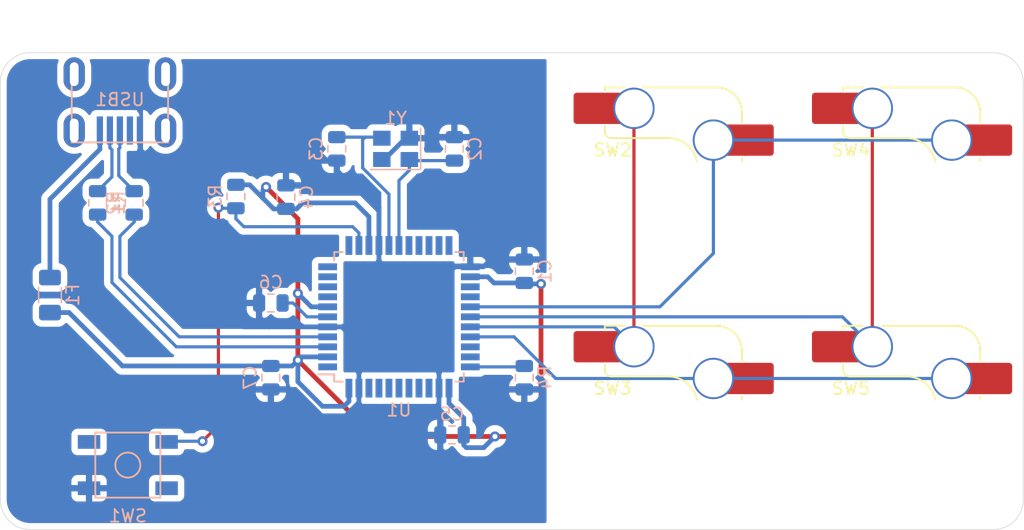
<source format=kicad_pcb>
(kicad_pcb (version 20211014) (generator pcbnew)
  (layers (0 "F.Cu" signal) (31 "B.Cu" signal) (34 "B.Paste" user) (35 "F.Paste" user) (36 "B.SilkS" user "B.Silkscreen") (37 "F.SilkS" user "F.Silkscreen") (38 "B.Mask" user) (39 "F.Mask" user) (44 "Edge.Cuts" user))
  (net 0 "")
  (net 1 "GND")
  (net 2 "+5V")
  (net 3 "Net-(C2-Pad1)")
  (net 4 "Net-(C3-Pad1)")
  (net 5 "Net-(C6-Pad1)")
  (net 6 "ROW0")
  (net 7 "ROW1")
  (net 8 "VCC")
  (net 9 "COL0")
  (net 10 "COL1")
  (net 11 "D-")
  (net 12 "Net-(R1-Pad1)")
  (net 13 "Net-(R2-Pad2)")
  (net 14 "D+")
  (net 15 "Net-(R3-Pad2)")
  (net 16 "Net-(R4-Pad2)")
  (footprint "marbastlib-mx:SW_MX_HS_1u" (layer "F.Cu") (at 182.5625 65.0875)
    (fp_text reference "SW4" (at -4.25 -1.75) (layer "F.SilkS"))
    (fp_text value "MX_SW_HS" hide)
    (fp_line (start -4.864824 -3.67022) (end -4.864824 -3.20022) (layer "F.SilkS") (width 0.15))
    (fp_line (start 6.085176 -1.10022) (end 6.085176 -0.86022) (layer "F.SilkS") (width 0.15))
    (fp_line (start 6.085176 -3.95022) (end 6.085176 -4.75022) (layer "F.SilkS") (width 0.15))
    (fp_line (start -4.864824 -6.75022) (end -4.864824 -6.52022) (layer "F.SilkS") (width 0.15))
    (fp_line (start 4.085176 -6.75022) (end -1.814824 -6.75022) (layer "F.SilkS") (width 0.15))
    (fp_line (start -3.314824 -6.75022) (end -4.864824 -6.75022) (layer "F.SilkS") (width 0.15))
    (fp_line (start -4.364824 -2.70022) (end 0.2 -2.70022) (layer "F.SilkS") (width 0.15))
    (fp_arc (start -4.364824 -2.70022) (mid -4.718377 -2.846667) (end -4.864824 -3.20022) (layer "F.SilkS") (width 0.15))
    (fp_arc (start 0.2 -2.70022) (mid 1.670693 -2.183637) (end 2.494322 -0.86022) (layer "F.SilkS") (width 0.15))
    (fp_arc (start 4.085176 -6.75022) (mid 5.499392 -6.164435) (end 6.085176 -4.75022) (layer "F.SilkS") (width 0.15))
    (pad "" np_thru_hole circle (at 0 0) (size 3.9878 3.9878) (drill 3.9878) (layers *.Cu *.Mask))
    (pad "" np_thru_hole circle (at -5.08 0) (size 1.75 1.75) (drill 1.75) (layers *.Cu *.Mask))
    (pad "" np_thru_hole circle (at 5.08 0) (size 1.75 1.75) (drill 1.75) (layers *.Cu *.Mask))
    (pad "1" smd rect (at 5.635 -2.54 180) (size 1.65 2.5) (layers "F.Cu") (net 6 "ROW0"))
    (pad "1" thru_hole circle (at 3.81 -2.54) (size 3.3 3.3) (drill 3) (layers *.Cu *.Mask) (net 6 "ROW0"))
    (pad "1" smd roundrect (at 7.36 -2.54) (size 2.55 2.5) (layers "F.Cu" "F.Paste" "F.Mask") (roundrect_rratio 0.1) (net 6 "ROW0"))
    (pad "2" smd roundrect (at -6.09 -5.08) (size 2.55 2.5) (layers "F.Cu" "F.Paste" "F.Mask") (roundrect_rratio 0.1) (net 10 "COL1"))
    (pad "2" thru_hole circle (at -2.54 -5.08) (size 3.3 3.3) (drill 3) (layers *.Cu *.Mask) (net 10 "COL1"))
    (pad "2" smd rect (at -4.34 -5.08) (size 1.65 2.5) (layers "F.Cu") (net 10 "COL1"))
  )
  (footprint "marbastlib-mx:SW_MX_HS_1u" (layer "F.Cu") (at 182.5625 84.1375)
    (fp_text reference "SW5" (at -4.25 -1.75) (layer "F.SilkS"))
    (fp_text value "MX_SW_HS" hide)
    (fp_line (start -4.864824 -3.67022) (end -4.864824 -3.20022) (layer "F.SilkS") (width 0.15))
    (fp_line (start -3.314824 -6.75022) (end -4.864824 -6.75022) (layer "F.SilkS") (width 0.15))
    (fp_line (start -4.364824 -2.70022) (end 0.2 -2.70022) (layer "F.SilkS") (width 0.15))
    (fp_line (start 6.085176 -1.10022) (end 6.085176 -0.86022) (layer "F.SilkS") (width 0.15))
    (fp_line (start 6.085176 -3.95022) (end 6.085176 -4.75022) (layer "F.SilkS") (width 0.15))
    (fp_line (start -4.864824 -6.75022) (end -4.864824 -6.52022) (layer "F.SilkS") (width 0.15))
    (fp_line (start 4.085176 -6.75022) (end -1.814824 -6.75022) (layer "F.SilkS") (width 0.15))
    (fp_arc (start 4.085176 -6.75022) (mid 5.499392 -6.164435) (end 6.085176 -4.75022) (layer "F.SilkS") (width 0.15))
    (fp_arc (start -4.364824 -2.70022) (mid -4.718377 -2.846667) (end -4.864824 -3.20022) (layer "F.SilkS") (width 0.15))
    (fp_arc (start 0.2 -2.70022) (mid 1.670693 -2.183637) (end 2.494322 -0.86022) (layer "F.SilkS") (width 0.15))
    (pad "" np_thru_hole circle (at 0 0) (size 3.9878 3.9878) (drill 3.9878) (layers *.Cu *.Mask))
    (pad "" np_thru_hole circle (at 5.08 0) (size 1.75 1.75) (drill 1.75) (layers *.Cu *.Mask))
    (pad "" np_thru_hole circle (at -5.08 0) (size 1.75 1.75) (drill 1.75) (layers *.Cu *.Mask))
    (pad "1" thru_hole circle (at 3.81 -2.54) (size 3.3 3.3) (drill 3) (layers *.Cu *.Mask) (net 7 "ROW1"))
    (pad "1" smd rect (at 5.635 -2.54 180) (size 1.65 2.5) (layers "F.Cu") (net 7 "ROW1"))
    (pad "1" smd roundrect (at 7.36 -2.54) (size 2.55 2.5) (layers "F.Cu" "F.Paste" "F.Mask") (roundrect_rratio 0.1) (net 7 "ROW1"))
    (pad "2" smd rect (at -4.34 -5.08) (size 1.65 2.5) (layers "F.Cu") (net 10 "COL1"))
    (pad "2" smd roundrect (at -6.09 -5.08) (size 2.55 2.5) (layers "F.Cu" "F.Paste" "F.Mask") (roundrect_rratio 0.1) (net 10 "COL1"))
    (pad "2" thru_hole circle (at -2.54 -5.08) (size 3.3 3.3) (drill 3) (layers *.Cu *.Mask) (net 10 "COL1"))
  )
  (footprint "marbastlib-mx:SW_MX_HS_1u" (layer "F.Cu") (at 163.5125 65.0875)
    (fp_text reference "SW2" (at -4.25 -1.75) (layer "F.SilkS"))
    (fp_text value "MX_SW_HS" hide)
    (fp_line (start 6.085176 -1.10022) (end 6.085176 -0.86022) (layer "F.SilkS") (width 0.15))
    (fp_line (start -3.314824 -6.75022) (end -4.864824 -6.75022) (layer "F.SilkS") (width 0.15))
    (fp_line (start -4.364824 -2.70022) (end 0.2 -2.70022) (layer "F.SilkS") (width 0.15))
    (fp_line (start -4.864824 -6.75022) (end -4.864824 -6.52022) (layer "F.SilkS") (width 0.15))
    (fp_line (start 4.085176 -6.75022) (end -1.814824 -6.75022) (layer "F.SilkS") (width 0.15))
    (fp_line (start 6.085176 -3.95022) (end 6.085176 -4.75022) (layer "F.SilkS") (width 0.15))
    (fp_line (start -4.864824 -3.67022) (end -4.864824 -3.20022) (layer "F.SilkS") (width 0.15))
    (fp_arc (start 0.2 -2.70022) (mid 1.670693 -2.183637) (end 2.494322 -0.86022) (layer "F.SilkS") (width 0.15))
    (fp_arc (start -4.364824 -2.70022) (mid -4.718377 -2.846667) (end -4.864824 -3.20022) (layer "F.SilkS") (width 0.15))
    (fp_arc (start 4.085176 -6.75022) (mid 5.499392 -6.164435) (end 6.085176 -4.75022) (layer "F.SilkS") (width 0.15))
    (pad "" np_thru_hole circle (at 0 0) (size 3.9878 3.9878) (drill 3.9878) (layers *.Cu *.Mask))
    (pad "" np_thru_hole circle (at -5.08 0) (size 1.75 1.75) (drill 1.75) (layers *.Cu *.Mask))
    (pad "" np_thru_hole circle (at 5.08 0) (size 1.75 1.75) (drill 1.75) (layers *.Cu *.Mask))
    (pad "1" smd roundrect (at 7.36 -2.54) (size 2.55 2.5) (layers "F.Cu" "F.Paste" "F.Mask") (roundrect_rratio 0.1) (net 6 "ROW0"))
    (pad "1" smd rect (at 5.635 -2.54 180) (size 1.65 2.5) (layers "F.Cu") (net 6 "ROW0"))
    (pad "1" thru_hole circle (at 3.81 -2.54) (size 3.3 3.3) (drill 3) (layers *.Cu *.Mask) (net 6 "ROW0"))
    (pad "2" smd rect (at -4.34 -5.08) (size 1.65 2.5) (layers "F.Cu") (net 9 "COL0"))
    (pad "2" smd roundrect (at -6.09 -5.08) (size 2.55 2.5) (layers "F.Cu" "F.Paste" "F.Mask") (roundrect_rratio 0.1) (net 9 "COL0"))
    (pad "2" thru_hole circle (at -2.54 -5.08) (size 3.3 3.3) (drill 3) (layers *.Cu *.Mask) (net 9 "COL0"))
  )
  (footprint "marbastlib-mx:SW_MX_HS_1u" (layer "F.Cu") (at 163.5125 84.1375)
    (fp_text reference "SW3" (at -4.25 -1.75) (layer "F.SilkS"))
    (fp_text value "MX_SW_HS" hide)
    (fp_line (start 4.085176 -6.75022) (end -1.814824 -6.75022) (layer "F.SilkS") (width 0.15))
    (fp_line (start -3.314824 -6.75022) (end -4.864824 -6.75022) (layer "F.SilkS") (width 0.15))
    (fp_line (start -4.864824 -3.67022) (end -4.864824 -3.20022) (layer "F.SilkS") (width 0.15))
    (fp_line (start 6.085176 -3.95022) (end 6.085176 -4.75022) (layer "F.SilkS") (width 0.15))
    (fp_line (start 6.085176 -1.10022) (end 6.085176 -0.86022) (layer "F.SilkS") (width 0.15))
    (fp_line (start -4.364824 -2.70022) (end 0.2 -2.70022) (layer "F.SilkS") (width 0.15))
    (fp_line (start -4.864824 -6.75022) (end -4.864824 -6.52022) (layer "F.SilkS") (width 0.15))
    (fp_arc (start -4.364824 -2.70022) (mid -4.718377 -2.846667) (end -4.864824 -3.20022) (layer "F.SilkS") (width 0.15))
    (fp_arc (start 4.085176 -6.75022) (mid 5.499392 -6.164435) (end 6.085176 -4.75022) (layer "F.SilkS") (width 0.15))
    (fp_arc (start 0.2 -2.70022) (mid 1.670693 -2.183637) (end 2.494322 -0.86022) (layer "F.SilkS") (width 0.15))
    (pad "" np_thru_hole circle (at -5.08 0) (size 1.75 1.75) (drill 1.75) (layers *.Cu *.Mask))
    (pad "" np_thru_hole circle (at 0 0) (size 3.9878 3.9878) (drill 3.9878) (layers *.Cu *.Mask))
    (pad "" np_thru_hole circle (at 5.08 0) (size 1.75 1.75) (drill 1.75) (layers *.Cu *.Mask))
    (pad "1" smd rect (at 5.635 -2.54 180) (size 1.65 2.5) (layers "F.Cu") (net 7 "ROW1"))
    (pad "1" smd roundrect (at 7.36 -2.54) (size 2.55 2.5) (layers "F.Cu" "F.Paste" "F.Mask") (roundrect_rratio 0.1) (net 7 "ROW1"))
    (pad "1" thru_hole circle (at 3.81 -2.54) (size 3.3 3.3) (drill 3) (layers *.Cu *.Mask) (net 7 "ROW1"))
    (pad "2" smd roundrect (at -6.09 -5.08) (size 2.55 2.5) (layers "F.Cu" "F.Paste" "F.Mask") (roundrect_rratio 0.1) (net 9 "COL0"))
    (pad "2" smd rect (at -4.34 -5.08) (size 1.65 2.5) (layers "F.Cu") (net 9 "COL0"))
    (pad "2" thru_hole circle (at -2.54 -5.08) (size 3.3 3.3) (drill 3) (layers *.Cu *.Mask) (net 9 "COL0"))
  )
  (footprint "Capacitor_SMD:C_0805_2012Metric" (layer "B.Cu") (at 152.2095 73.025 90)
    (fp_text reference "C1" (at 0 1.65 90) (layer "B.SilkS") (effects (justify mirror)))
    (fp_text value "0.1uF")
    (fp_line (start -0.258578 0.71) (end 0.258578 0.71) (layer "B.SilkS") (width 0.12))
    (fp_line (start -0.258578 -0.71) (end 0.258578 -0.71) (layer "B.SilkS") (width 0.12))
    (pad "1" smd roundrect locked (at -0.9375 0 90) (size 0.975 1.4) (layers "B.Cu" "B.Paste" "B.Mask") (net 2 "+5V"))
    (pad "2" smd roundrect locked (at 0.9375 0 90) (size 0.975 1.4) (layers "B.Cu" "B.Paste" "B.Mask") (net 1 "GND"))
  )
  (footprint "Capacitor_SMD:C_0805_2012Metric" (layer "B.Cu") (at 146.6215 63.246 90)
    (fp_text reference "C2" (at 0 1.65 90) (layer "B.SilkS") (effects (justify mirror)))
    (fp_text value "22pF")
    (fp_line (start -0.258578 -0.71) (end 0.258578 -0.71) (layer "B.SilkS") (width 0.12))
    (fp_line (start -0.258578 0.71) (end 0.258578 0.71) (layer "B.SilkS") (width 0.12))
    (pad "1" smd roundrect locked (at -0.9375 0 90) (size 0.975 1.4) (layers "B.Cu" "B.Paste" "B.Mask") (net 3 "Net-(C2-Pad1)"))
    (pad "2" smd roundrect locked (at 0.9375 0 90) (size 0.975 1.4) (layers "B.Cu" "B.Paste" "B.Mask") (net 1 "GND"))
  )
  (footprint "Capacitor_SMD:C_0805_2012Metric" (layer "B.Cu") (at 137.2235 63.246 -90)
    (fp_text reference "C3" (at 0 1.65 90) (layer "B.SilkS") (effects (justify mirror)))
    (fp_text value "22pF")
    (fp_line (start -0.258578 0.71) (end 0.258578 0.71) (layer "B.SilkS") (width 0.12))
    (fp_line (start -0.258578 -0.71) (end 0.258578 -0.71) (layer "B.SilkS") (width 0.12))
    (pad "1" smd roundrect locked (at -0.9375 0 270) (size 0.975 1.4) (layers "B.Cu" "B.Paste" "B.Mask") (net 4 "Net-(C3-Pad1)"))
    (pad "2" smd roundrect locked (at 0.9375 0 270) (size 0.975 1.4) (layers "B.Cu" "B.Paste" "B.Mask") (net 1 "GND"))
  )
  (footprint "Capacitor_SMD:C_0805_2012Metric" (layer "B.Cu") (at 133.1595 67.1045 90)
    (fp_text reference "C4" (at 0 1.65 90) (layer "B.SilkS") (effects (justify mirror)))
    (fp_text value "0.1uF")
    (fp_line (start -0.258578 0.71) (end 0.258578 0.71) (layer "B.SilkS") (width 0.12))
    (fp_line (start -0.258578 -0.71) (end 0.258578 -0.71) (layer "B.SilkS") (width 0.12))
    (pad "1" smd roundrect locked (at -0.9375 0 90) (size 0.975 1.4) (layers "B.Cu" "B.Paste" "B.Mask") (net 2 "+5V"))
    (pad "2" smd roundrect locked (at 0.9375 0 90) (size 0.975 1.4) (layers "B.Cu" "B.Paste" "B.Mask") (net 1 "GND"))
  )
  (footprint "Capacitor_SMD:C_0805_2012Metric" (layer "B.Cu") (at 146.431 86.106 180)
    (fp_text reference "C5" (at 0 1.65) (layer "B.SilkS") (effects (justify mirror)))
    (fp_text value "0.1uF")
    (fp_line (start -0.258578 0.71) (end 0.258578 0.71) (layer "B.SilkS") (width 0.12))
    (fp_line (start -0.258578 -0.71) (end 0.258578 -0.71) (layer "B.SilkS") (width 0.12))
    (pad "1" smd roundrect locked (at -0.9375 0 180) (size 0.975 1.4) (layers "B.Cu" "B.Paste" "B.Mask") (net 2 "+5V"))
    (pad "2" smd roundrect locked (at 0.9375 0 180) (size 0.975 1.4) (layers "B.Cu" "B.Paste" "B.Mask") (net 1 "GND"))
  )
  (footprint "Capacitor_SMD:C_0805_2012Metric" (layer "B.Cu") (at 131.953 75.565 180)
    (fp_text reference "C6" (at 0 1.65) (layer "B.SilkS") (effects (justify mirror)))
    (fp_text value "1uF")
    (fp_line (start -0.258578 -0.71) (end 0.258578 -0.71) (layer "B.SilkS") (width 0.12))
    (fp_line (start -0.258578 0.71) (end 0.258578 0.71) (layer "B.SilkS") (width 0.12))
    (pad "1" smd roundrect locked (at -0.9375 0 180) (size 0.975 1.4) (layers "B.Cu" "B.Paste" "B.Mask") (net 5 "Net-(C6-Pad1)"))
    (pad "2" smd roundrect locked (at 0.9375 0 180) (size 0.975 1.4) (layers "B.Cu" "B.Paste" "B.Mask") (net 1 "GND"))
  )
  (footprint "Capacitor_SMD:C_0805_2012Metric" (layer "B.Cu") (at 131.953 81.534 -90)
    (fp_text reference "C7" (at 0 1.65 90) (layer "B.SilkS") (effects (justify mirror)))
    (fp_text value "10uF")
    (fp_line (start -0.258578 0.71) (end 0.258578 0.71) (layer "B.SilkS") (width 0.12))
    (fp_line (start -0.258578 -0.71) (end 0.258578 -0.71) (layer "B.SilkS") (width 0.12))
    (pad "1" smd roundrect locked (at -0.9375 0 270) (size 0.975 1.4) (layers "B.Cu" "B.Paste" "B.Mask") (net 2 "+5V"))
    (pad "2" smd roundrect locked (at 0.9375 0 270) (size 0.975 1.4) (layers "B.Cu" "B.Paste" "B.Mask") (net 1 "GND"))
  )
  (footprint "Fuse:Fuse_1206_3216Metric" (layer "B.Cu") (at 114.3 74.93 90)
    (fp_text reference "F1" (at 0 1.82 90) (layer "B.SilkS") (effects (justify mirror)))
    (fp_text value "500mA")
    (fp_line (start -0.602064 -0.91) (end 0.602064 -0.91) (layer "B.SilkS") (width 0.12))
    (fp_line (start -0.602064 0.91) (end 0.602064 0.91) (layer "B.SilkS") (width 0.12))
    (pad "1" smd roundrect locked (at -1.4 0 90) (size 1.25 1.75) (layers "B.Cu" "B.Paste" "B.Mask") (roundrect_rratio 0.2) (net 2 "+5V"))
    (pad "2" smd roundrect locked (at 1.4 0 90) (size 1.25 1.75) (layers "B.Cu" "B.Paste" "B.Mask") (roundrect_rratio 0.2) (net 8 "VCC"))
  )
  (footprint "Resistor_SMD:R_0805_2012Metric" (layer "B.Cu") (at 118.11 67.564 90)
    (fp_text reference "R1" (at 0 1.65 90) (layer "B.SilkS") (effects (justify mirror)))
    (fp_text value "22")
    (fp_line (start -0.258578 -0.71) (end 0.258578 -0.71) (layer "B.SilkS") (width 0.12))
    (fp_line (start -0.258578 0.71) (end 0.258578 0.71) (layer "B.SilkS") (width 0.12))
    (pad "1" smd roundrect locked (at -0.9375 0 90) (size 0.975 1.4) (layers "B.Cu" "B.Paste" "B.Mask") (net 12 "Net-(R1-Pad1)"))
    (pad "2" smd roundrect locked (at 0.9375 0 90) (size 0.975 1.4) (layers "B.Cu" "B.Paste" "B.Mask") (net 11 "D-"))
  )
  (footprint "Resistor_SMD:R_0805_2012Metric" (layer "B.Cu") (at 121.031 67.564 -90)
    (fp_text reference "R2" (at 0 1.65 90) (layer "B.SilkS") (effects (justify mirror)))
    (fp_text value "22")
    (fp_line (start -0.258578 -0.71) (end 0.258578 -0.71) (layer "B.SilkS") (width 0.12))
    (fp_line (start -0.258578 0.71) (end 0.258578 0.71) (layer "B.SilkS") (width 0.12))
    (pad "1" smd roundrect locked (at -0.9375 0 270) (size 0.975 1.4) (layers "B.Cu" "B.Paste" "B.Mask") (net 14 "D+"))
    (pad "2" smd roundrect locked (at 0.9375 0 270) (size 0.975 1.4) (layers "B.Cu" "B.Paste" "B.Mask") (net 13 "Net-(R2-Pad2)"))
  )
  (footprint "Resistor_SMD:R_0805_2012Metric" (layer "B.Cu") (at 129.159 67.056 -90)
    (fp_text reference "R3" (at 0 1.65 90) (layer "B.SilkS") (effects (justify mirror)))
    (fp_text value "10k")
    (fp_line (start -0.258578 -0.71) (end 0.258578 -0.71) (layer "B.SilkS") (width 0.12))
    (fp_line (start -0.258578 0.71) (end 0.258578 0.71) (layer "B.SilkS") (width 0.12))
    (pad "1" smd roundrect locked (at -0.9375 0 270) (size 0.975 1.4) (layers "B.Cu" "B.Paste" "B.Mask") (net 2 "+5V"))
    (pad "2" smd roundrect locked (at 0.9375 0 270) (size 0.975 1.4) (layers "B.Cu" "B.Paste" "B.Mask") (net 15 "Net-(R3-Pad2)"))
  )
  (footprint "Resistor_SMD:R_0805_2012Metric" (layer "B.Cu") (at 152.2095 81.534 90)
    (fp_text reference "R4" (at 0 1.65 90) (layer "B.SilkS") (effects (justify mirror)))
    (fp_text value "10k")
    (fp_line (start -0.258578 0.71) (end 0.258578 0.71) (layer "B.SilkS") (width 0.12))
    (fp_line (start -0.258578 -0.71) (end 0.258578 -0.71) (layer "B.SilkS") (width 0.12))
    (pad "1" smd roundrect locked (at -0.9375 0 90) (size 0.975 1.4) (layers "B.Cu" "B.Paste" "B.Mask") (net 1 "GND"))
    (pad "2" smd roundrect locked (at 0.9375 0 90) (size 0.975 1.4) (layers "B.Cu" "B.Paste" "B.Mask") (net 16 "Net-(R4-Pad2)"))
  )
  (footprint "random-keyboard-parts:SKQG-1155865" (layer "B.Cu") (at 120.523 88.519 180)
    (fp_text reference "SW1" (at 0 -4.064) (layer "B.SilkS") (effects (justify mirror)))
    (fp_text value "SW_Push")
    (fp_line (start -2.6 2.6) (end 2.6 2.6) (layer "B.SilkS") (width 0.15))
    (fp_line (start 2.6 -2.6) (end -2.6 -2.6) (layer "B.SilkS") (width 0.15))
    (fp_line (start 2.6 2.6) (end 2.6 -2.6) (layer "B.SilkS") (width 0.15))
    (fp_line (start -2.6 -2.6) (end -2.6 2.6) (layer "B.SilkS") (width 0.15))
    (fp_circle (center 0 0) (end 1 0) (layer "B.SilkS") (width 0.15) (fill none))
    (pad "1" smd rect locked (at 3.1 -1.85 180) (size 1.8 1.1) (layers "B.Cu" "B.Paste" "B.Mask") (net 1 "GND"))
    (pad "2" smd rect locked (at -3.1 1.85 180) (size 1.8 1.1) (layers "B.Cu" "B.Paste" "B.Mask") (net 15 "Net-(R3-Pad2)"))
    (pad "3" smd rect locked (at 3.1 1.85 180) (size 1.8 1.1) (layers "B.Cu" "B.Paste" "B.Mask"))
    (pad "4" smd rect locked (at -3.1 -1.85 180) (size 1.8 1.1) (layers "B.Cu" "B.Paste" "B.Mask"))
  )
  (footprint "Package_QFP:TQFP-44_10x10mm_P0.8mm" (layer "B.Cu") (at 142.1915 76.67)
    (fp_text reference "U1" (at 0 7.45) (layer "B.SilkS") (effects (justify mirror)))
    (fp_text value "ATmega32U4-AU")
    (fp_line (start -5.175 -5.175) (end -5.175 -4.5) (layer "B.SilkS") (width 0.15))
    (fp_line (start -5.175 -5.175) (end -4.5 -5.175) (layer "B.SilkS") (width 0.15))
    (fp_line (start -5.175 5.175) (end -5.175 4.6) (layer "B.SilkS") (width 0.15))
    (fp_line (start 5.175 5.175) (end 5.175 4.5) (layer "B.SilkS") (width 0.15))
    (fp_line (start 5.175 5.175) (end 4.5 5.175) (layer "B.SilkS") (width 0.15))
    (fp_line (start -5.175 5.175) (end -4.5 5.175) (layer "B.SilkS") (width 0.15))
    (fp_line (start -5.175 4.6) (end -6.45 4.6) (layer "B.SilkS") (width 0.15))
    (fp_line (start 5.175 -5.175) (end 5.175 -4.5) (layer "B.SilkS") (width 0.15))
    (fp_line (start 5.175 -5.175) (end 4.5 -5.175) (layer "B.SilkS") (width 0.15))
    (pad "1" smd rect locked (at -5.7 4) (size 1.5 0.55) (layers "B.Cu" "B.Paste" "B.Mask"))
    (pad "2" smd rect locked (at -5.7 3.2) (size 1.5 0.55) (layers "B.Cu" "B.Paste" "B.Mask") (net 2 "+5V"))
    (pad "3" smd rect locked (at -5.7 2.4) (size 1.5 0.55) (layers "B.Cu" "B.Paste" "B.Mask") (net 12 "Net-(R1-Pad1)"))
    (pad "4" smd rect locked (at -5.7 1.6) (size 1.5 0.55) (layers "B.Cu" "B.Paste" "B.Mask") (net 13 "Net-(R2-Pad2)"))
    (pad "5" smd rect locked (at -5.7 0.8) (size 1.5 0.55) (layers "B.Cu" "B.Paste" "B.Mask") (net 1 "GND"))
    (pad "6" smd rect locked (at -5.7 0) (size 1.5 0.55) (layers "B.Cu" "B.Paste" "B.Mask") (net 5 "Net-(C6-Pad1)"))
    (pad "7" smd rect locked (at -5.7 -0.8) (size 1.5 0.55) (layers "B.Cu" "B.Paste" "B.Mask") (net 2 "+5V"))
    (pad "8" smd rect locked (at -5.7 -1.6) (size 1.5 0.55) (layers "B.Cu" "B.Paste" "B.Mask"))
    (pad "9" smd rect locked (at -5.7 -2.4) (size 1.5 0.55) (layers "B.Cu" "B.Paste" "B.Mask"))
    (pad "10" smd rect locked (at -5.7 -3.2) (size 1.5 0.55) (layers "B.Cu" "B.Paste" "B.Mask"))
    (pad "11" smd rect locked (at -5.7 -4) (size 1.5 0.55) (layers "B.Cu" "B.Paste" "B.Mask"))
    (pad "12" smd rect locked (at -4 -5.7 270) (size 1.5 0.55) (layers "B.Cu" "B.Paste" "B.Mask"))
    (pad "13" smd rect locked (at -3.2 -5.7 270) (size 1.5 0.55) (layers "B.Cu" "B.Paste" "B.Mask") (net 15 "Net-(R3-Pad2)"))
    (pad "14" smd rect locked (at -2.4 -5.7 270) (size 1.5 0.55) (layers "B.Cu" "B.Paste" "B.Mask") (net 2 "+5V"))
    (pad "15" smd rect locked (at -1.6 -5.7 270) (size 1.5 0.55) (layers "B.Cu" "B.Paste" "B.Mask") (net 1 "GND"))
    (pad "16" smd rect locked (at -0.8 -5.7 270) (size 1.5 0.55) (layers "B.Cu" "B.Paste" "B.Mask") (net 4 "Net-(C3-Pad1)"))
    (pad "17" smd rect locked (at 0 -5.7 270) (size 1.5 0.55) (layers "B.Cu" "B.Paste" "B.Mask") (net 3 "Net-(C2-Pad1)"))
    (pad "18" smd rect locked (at 0.8 -5.7 270) (size 1.5 0.55) (layers "B.Cu" "B.Paste" "B.Mask"))
    (pad "19" smd rect locked (at 1.6 -5.7 270) (size 1.5 0.55) (layers "B.Cu" "B.Paste" "B.Mask"))
    (pad "20" smd rect locked (at 2.4 -5.7 270) (size 1.5 0.55) (layers "B.Cu" "B.Paste" "B.Mask"))
    (pad "21" smd rect locked (at 3.2 -5.7 270) (size 1.5 0.55) (layers "B.Cu" "B.Paste" "B.Mask"))
    (pad "22" smd rect locked (at 4 -5.7 270) (size 1.5 0.55) (layers "B.Cu" "B.Paste" "B.Mask"))
    (pad "23" smd rect locked (at 5.7 -4) (size 1.5 0.55) (layers "B.Cu" "B.Paste" "B.Mask") (net 1 "GND"))
    (pad "24" smd rect locked (at 5.7 -3.2) (size 1.5 0.55) (layers "B.Cu" "B.Paste" "B.Mask") (net 2 "+5V"))
    (pad "25" smd rect locked (at 5.7 -2.4) (size 1.5 0.55) (layers "B.Cu" "B.Paste" "B.Mask"))
    (pad "26" smd rect locked (at 5.7 -1.6) (size 1.5 0.55) (layers "B.Cu" "B.Paste" "B.Mask"))
    (pad "27" smd rect locked (at 5.7 -0.8) (size 1.5 0.55) (layers "B.Cu" "B.Paste" "B.Mask") (net 6 "ROW0"))
    (pad "28" smd rect locked (at 5.7 0) (size 1.5 0.55) (layers "B.Cu" "B.Paste" "B.Mask") (net 10 "COL1"))
    (pad "29" smd rect locked (at 5.7 0.8) (size 1.5 0.55) (layers "B.Cu" "B.Paste" "B.Mask") (net 9 "COL0"))
    (pad "30" smd rect locked (at 5.7 1.6) (size 1.5 0.55) (layers "B.Cu" "B.Paste" "B.Mask") (net 7 "ROW1"))
    (pad "31" smd rect locked (at 5.7 2.4) (size 1.5 0.55) (layers "B.Cu" "B.Paste" "B.Mask"))
    (pad "32" smd rect locked (at 5.7 3.2) (size 1.5 0.55) (layers "B.Cu" "B.Paste" "B.Mask"))
    (pad "33" smd rect locked (at 5.7 4) (size 1.5 0.55) (layers "B.Cu" "B.Paste" "B.Mask") (net 16 "Net-(R4-Pad2)"))
    (pad "34" smd rect locked (at 4 5.7 270) (size 1.5 0.55) (layers "B.Cu" "B.Paste" "B.Mask") (net 2 "+5V"))
    (pad "35" smd rect locked (at 3.2 5.7 270) (size 1.5 0.55) (layers "B.Cu" "B.Paste" "B.Mask") (net 1 "GND"))
    (pad "36" smd rect locked (at 2.4 5.7 270) (size 1.5 0.55) (layers "B.Cu" "B.Paste" "B.Mask"))
    (pad "37" smd rect locked (at 1.6 5.7 270) (size 1.5 0.55) (layers "B.Cu" "B.Paste" "B.Mask"))
    (pad "38" smd rect locked (at 0.8 5.7 270) (size 1.5 0.55) (layers "B.Cu" "B.Paste" "B.Mask"))
    (pad "39" smd rect locked (at 0 5.7 270) (size 1.5 0.55) (layers "B.Cu" "B.Paste" "B.Mask"))
    (pad "40" smd rect locked (at -0.8 5.7 270) (size 1.5 0.55) (layers "B.Cu" "B.Paste" "B.Mask"))
    (pad "41" smd rect locked (at -1.6 5.7 270) (size 1.5 0.55) (layers "B.Cu" "B.Paste" "B.Mask"))
    (pad "42" smd rect locked (at -2.4 5.7 270) (size 1.5 0.55) (layers "B.Cu" "B.Paste" "B.Mask"))
    (pad "43" smd rect locked (at -3.2 5.7 270) (size 1.5 0.55) (layers "B.Cu" "B.Paste" "B.Mask") (net 1 "GND"))
    (pad "44" smd rect locked (at -4 5.7 270) (size 1.5 0.55) (layers "B.Cu" "B.Paste" "B.Mask") (net 2 "+5V"))
  )
  (footprint "random-keyboard-parts:Molex-0548190589" (layer "B.Cu") (at 119.888 57.277 -90)
    (fp_text reference "USB1" (at 2.032 0 180) (layer "B.SilkS") (effects (justify mirror)))
    (fp_text value "Molex-0548190589")
    (fp_line (start 5.45 3.85) (end 5.45 -3.85) (layer "B.SilkS") (width 0.15))
    (fp_line (start 0 -3.85) (end 5.45 -3.85) (layer "B.SilkS") (width 0.15))
    (fp_line (start 0 3.85) (end 5.45 3.85) (layer "B.SilkS") (width 0.15))
    (pad "1" smd rect locked (at 4.5 -1.6 270) (size 2.25 0.5) (layers "B.Cu" "B.Paste" "B.Mask") (net 1 "GND"))
    (pad "2" smd rect locked (at 4.5 -0.8 270) (size 2.25 0.5) (layers "B.Cu" "B.Paste" "B.Mask"))
    (pad "3" smd rect locked (at 4.5 0 270) (size 2.25 0.5) (layers "B.Cu" "B.Paste" "B.Mask") (net 14 "D+"))
    (pad "4" smd rect locked (at 4.5 0.8 270) (size 2.25 0.5) (layers "B.Cu" "B.Paste" "B.Mask") (net 11 "D-"))
    (pad "5" smd rect locked (at 4.5 1.6 270) (size 2.25 0.5) (layers "B.Cu" "B.Paste" "B.Mask") (net 8 "VCC"))
    (pad "6" thru_hole oval locked (at 0 -3.65 270) (size 2.7 1.7) (drill oval 1.9 0.7) (layers *.Cu *.Mask))
    (pad "6" thru_hole oval locked (at 0 3.65 270) (size 2.7 1.7) (drill oval 1.9 0.7) (layers *.Cu *.Mask))
    (pad "6" thru_hole oval locked (at 4.5 3.65 270) (size 2.7 1.7) (drill oval 1.9 0.7) (layers *.Cu *.Mask))
    (pad "6" thru_hole oval locked (at 4.5 -3.65 270) (size 2.7 1.7) (drill oval 1.9 0.7) (layers *.Cu *.Mask))
  )
  (footprint "Crystal:Crystal_SMD_3225-4Pin_3.2x2.5mm" (layer "B.Cu") (at 141.9225 63.246 180)
    (fp_text reference "Y1" (at 0 2.45) (layer "B.SilkS") (effects (justify mirror)))
    (fp_text value "16MHz")
    (fp_line (start -2 -1.65) (end 2 -1.65) (layer "B.SilkS") (width 0.12))
    (fp_line (start -2 1.65) (end -2 -1.65) (layer "B.SilkS") (width 0.12))
    (pad "1" smd rect locked (at -1.1 -0.85 180) (size 1.4 1.2) (layers "B.Cu" "B.Paste" "B.Mask") (net 3 "Net-(C2-Pad1)"))
    (pad "2" smd rect locked (at 1.1 -0.85 180) (size 1.4 1.2) (layers "B.Cu" "B.Paste" "B.Mask") (net 1 "GND"))
    (pad "3" smd rect locked (at 1.1 0.85 180) (size 1.4 1.2) (layers "B.Cu" "B.Paste" "B.Mask") (net 4 "Net-(C3-Pad1)"))
    (pad "4" smd rect locked (at -1.1 0.85 180) (size 1.4 1.2) (layers "B.Cu" "B.Paste" "B.Mask") (net 1 "GND"))
  )
  (gr_line (start 110.33125 57.94375) (end 110.33125 91.28125) (layer "Edge.Cuts") (width 0.05))
  (gr_line (start 189.70625 55.5625) (end 112.7125 55.5625) (layer "Edge.Cuts") (width 0.05))
  (gr_arc (start 192.0875 91.28125) (mid 191.390048 92.965048) (end 189.70625 93.6625) (layer "Edge.Cuts") (width 0.05))
  (gr_line (start 192.0875 57.94375) (end 192.0875 91.28125) (layer "Edge.Cuts") (width 0.05))
  (gr_arc (start 189.70625 55.5625) (mid 191.390048 56.259952) (end 192.0875 57.94375) (layer "Edge.Cuts") (width 0.05))
  (gr_arc (start 110.33125 57.94375) (mid 111.028702 56.259952) (end 112.7125 55.5625) (layer "Edge.Cuts") (width 0.05))
  (gr_arc (start 112.7125 93.6625) (mid 111.028702 92.965048) (end 110.33125 91.28125) (layer "Edge.Cuts") (width 0.05))
  (gr_line (start 189.70625 93.6625) (end 112.7125 93.6625) (layer "Edge.Cuts") (width 0.05))
  (segment (start 131.826 77.47) (end 136.4915 77.47) (width 0.381) (layer "B.Cu") (net 1))
  (segment (start 140.589 72.1035) (end 140.589 72.898) (width 0.381) (layer "B.Cu") (net 1))
  (segment (start 146.278 72.67) (end 147.8915 72.67) (width 0.381) (layer "B.Cu") (net 1))
  (segment (start 136.398 60.071) (end 141.986 60.071) (width 0.381) (layer "B.Cu") (net 1))
  (segment (start 136.4915 77.47) (end 137.6225 77.47) (width 0.381) (layer "B.Cu") (net 1))
  (segment (start 137.2235 64.1835) (end 136.4235 64.1835) (width 0.381) (layer "B.Cu") (net 1))
  (segment (start 137.2235 64.9605) (end 137.668 65.405) (width 0.381) (layer "B.Cu") (net 1))
  (segment (start 125.603 67.398) (end 125.603 73.279) (width 0.381) (layer "B.Cu") (net 1))
  (segment (start 145.3915 82.37) (end 145.3915 84.5585) (width 0.381) (layer "B.Cu") (net 1))
  (segment (start 140.5915 66.8045) (end 140.5915 69.5935) (width 0.381) (layer "B.Cu") (net 1))
  (segment (start 129.794 77.47) (end 131.826 77.47) (width 0.381) (layer "B.Cu") (net 1))
  (segment (start 135.128 66.802) (end 139.446 66.802) (width 0.381) (layer "B.Cu") (net 1))
  (segment (start 141.986 60.071) (end 143.0225 61.1075) (width 0.381) (layer "B.Cu") (net 1))
  (segment (start 144.173 78.839) (end 144.399 78.613) (width 0.381) (layer "B.Cu") (net 1))
  (segment (start 144.399 74.549) (end 144.399 78.613) (width 0.381) (layer "B.Cu") (net 1))
  (segment (start 139.192 65.405) (end 140.5915 66.8045) (width 0.381) (layer "B.Cu") (net 1))
  (segment (start 125.603 73.279) (end 129.794 77.47) (width 0.381) (layer "B.Cu") (net 1))
  (segment (start 140.5915 70.97) (end 140.5915 72.101) (width 0.381) (layer "B.Cu") (net 1))
  (segment (start 149.5275 72.0875) (end 152.2095 72.0875) (width 0.381) (layer "B.Cu") (net 1))
  (segment (start 140.5915 69.839) (end 140.5915 70.97) (width 0.381) (layer "B.Cu") (net 1))
  (segment (start 143.0225 61.1075) (end 143.0225 62.396) (width 0.381) (layer "B.Cu") (net 1))
  (segment (start 142.24 74.549) (end 144.399 74.549) (width 0.381) (layer "B.Cu") (net 1))
  (segment (start 138.9915 78.839) (end 144.173 78.839) (width 0.381) (layer "B.Cu") (net 1))
  (segment (start 136.017 84.582) (end 137.922 84.582) (width 0.381) (layer "B.Cu") (net 1))
  (segment (start 121.488 63.283) (end 125.603 67.398) (width 0.381) (layer "B.Cu") (net 1))
  (segment (start 150.114 88.9) (end 152.2095 86.8045) (width 0.381) (layer "B.Cu") (net 1))
  (segment (start 145.3915 79.6055) (end 145.3915 82.37) (width 0.381) (layer "B.Cu") (net 1))
  (segment (start 147.193 88.9) (end 150.114 88.9) (width 0.381) (layer "B.Cu") (net 1))
  (segment (start 131.0155 75.565) (end 131.0155 76.6595) (width 0.381) (layer "B.Cu") (net 1))
  (segment (start 137.2235 64.1835) (end 137.2235 64.9605) (width 0.381) (layer "B.Cu") (net 1))
  (segment (start 145.4935 84.6605) (end 145.4935 86.106) (width 0.381) (layer "B.Cu") (net 1))
  (segment (start 140.589 72.898) (end 142.24 74.549) (width 0.381) (layer "B.Cu") (net 1))
  (segment (start 140.8225 64.096) (end 141.019598 64.096) (width 0.381) (layer "B.Cu") (net 1))
  (segment (start 145.4935 86.106) (end 145.4935 87.2005) (width 0.381) (layer "B.Cu") (net 1))
  (segment (start 144.399 78.613) (end 145.3915 79.6055) (width 0.381) (layer "B.Cu") (net 1))
  (segment (start 131.953 82.4715) (end 133.9065 82.4715) (width 0.381) (layer "B.Cu") (net 1))
  (segment (start 131.953 82.4715) (end 117.2995 82.4715) (width 0.381) (layer "B.Cu") (net 1))
  (segment (start 148.945 72.67) (end 149.5275 72.0875) (width 0.381) (layer "B.Cu") (net 1))
  (segment (start 138.9915 83.5125) (end 138.9915 82.37) (width 0.381) (layer "B.Cu") (net 1))
  (segment (start 131.0155 76.6595) (end 131.826 77.47) (width 0.381) (layer "B.Cu") (net 1))
  (segment (start 145.4935 87.2005) (end 147.193 88.9) (width 0.381) (layer "B.Cu") (net 1))
  (segment (start 134.493 66.167) (end 135.128 66.802) (width 0.381) (layer "B.Cu") (net 1))
  (segment (start 140.5915 72.101) (end 140.589 72.1035) (width 0.381) (layer "B.Cu") (net 1))
  (segment (start 137.6225 77.47) (end 138.9915 78.839) (width 0.381) (layer "B.Cu") (net 1))
  (segment (start 115.896 90.369) (end 117.423 90.369) (width 0.381) (layer "B.Cu") (net 1))
  (segment (start 145.3915 84.5585) (end 145.4935 84.6605) (width 0.381) (layer "B.Cu") (net 1))
  (segment (start 135.382 63.142) (end 135.382 61.087) (width 0.381) (layer "B.Cu") (net 1))
  (segment (start 140.5915 69.5935) (end 140.5915 69.839) (width 0.381) (layer "B.Cu") (net 1))
  (segment (start 139.446 66.802) (end 140.5915 67.9475) (width 0.381) (layer "B.Cu") (net 1))
  (segment (start 137.922 84.582) (end 138.9915 83.5125) (width 0.381) (layer "B.Cu") (net 1))
  (segment (start 121.488 61.777) (end 121.488 63.283) (width 0.381) (layer "B.Cu") (net 1))
  (segment (start 135.382 61.087) (end 136.398 60.071) (width 0.381) (layer "B.Cu") (net 1))
  (segment (start 136.4235 64.1835) (end 135.382 63.142) (width 0.381) (layer "B.Cu") (net 1))
  (segment (start 133.1595 66.167) (end 134.493 66.167) (width 0.381) (layer "B.Cu") (net 1))
  (segment (start 117.2995 82.4715) (end 114.808 84.963) (width 0.381) (layer "B.Cu") (net 1))
  (segment (start 146.534 62.396) (end 146.6215 62.3085) (width 0.381) (layer "B.Cu") (net 1))
  (segment (start 140.5915 67.9475) (end 140.5915 69.5935) (width 0.381) (layer "B.Cu") (net 1))
  (segment (start 114.808 89.281) (end 115.896 90.369) (width 0.381) (layer "B.Cu") (net 1))
  (segment (start 141.019598 64.096) (end 142.719598 62.396) (width 0.381) (layer "B.Cu") (net 1))
  (segment (start 143.0225 62.396) (end 146.534 62.396) (width 0.381) (layer "B.Cu") (net 1))
  (segment (start 133.9065 82.4715) (end 136.017 84.582) (width 0.381) (layer "B.Cu") (net 1))
  (segment (start 114.808 84.963) (end 114.808 89.281) (width 0.381) (layer "B.Cu") (net 1))
  (segment (start 142.719598 62.396) (end 143.0225 62.396) (width 0.381) (layer "B.Cu") (net 1))
  (segment (start 152.2095 86.8045) (end 152.2095 82.4715) (width 0.381) (layer "B.Cu") (net 1))
  (segment (start 144.399 74.549) (end 146.278 72.67) (width 0.381) (layer "B.Cu") (net 1))
  (segment (start 147.8915 72.67) (end 148.945 72.67) (width 0.381) (layer "B.Cu") (net 1))
  (segment (start 137.668 65.405) (end 139.192 65.405) (width 0.381) (layer "B.Cu") (net 1))
  (segment (start 138.9915 78.839) (end 138.9915 82.37) (width 0.381) (layer "B.Cu") (net 1))
  (segment (start 140.208 86.233) (end 149.86 86.233) (width 0.381) (layer "F.Cu") (net 2))
  (segment (start 134.112 80.137) (end 140.208 86.233) (width 0.381) (layer "F.Cu") (net 2))
  (segment (start 151.638 86.233) (end 153.543 84.328) (width 0.381) (layer "F.Cu") (net 2))
  (segment (start 134.112 68.834) (end 134.112 74.803) (width 0.381) (layer "F.Cu") (net 2))
  (segment (start 153.543 84.328) (end 153.543 74.041) (width 0.381) (layer "F.Cu") (net 2))
  (segment (start 134.112 74.803) (end 134.112 80.137) (width 0.381) (layer "F.Cu") (net 2))
  (segment (start 149.86 86.233) (end 151.638 86.233) (width 0.381) (layer "F.Cu") (net 2))
  (segment (start 131.572 66.294) (end 134.112 68.834) (width 0.381) (layer "F.Cu") (net 2))
  (via (at 134.112 80.137) (size 0.8) (drill 0.4) (layers "F.Cu" "B.Cu") (net 2))
  (via (at 131.572 66.294) (size 0.8) (drill 0.4) (layers "F.Cu" "B.Cu") (net 2))
  (via (at 153.543 74.041) (size 0.8) (drill 0.4) (layers "F.Cu" "B.Cu") (net 2))
  (via (at 134.112 74.803) (size 0.8) (drill 0.4) (layers "F.Cu" "B.Cu") (net 2))
  (via (at 149.86 86.233) (size 0.8) (drill 0.4) (layers "F.Cu" "B.Cu") (net 2))
  (segment (start 134.379 79.87) (end 134.112 80.137) (width 0.381) (layer "B.Cu") (net 2))
  (segment (start 120.0875 80.5965) (end 131.953 80.5965) (width 0.381) (layer "B.Cu") (net 2))
  (segment (start 137.795 83.82) (end 136.076672 83.82) (width 0.381) (layer "B.Cu") (net 2))
  (segment (start 133.1595 68.042) (end 134.015 68.042) (width 0.381) (layer "B.Cu") (net 2))
  (segment (start 147.3685 86.9165) (end 147.574 87.122) (width 0.381) (layer "B.Cu") (net 2))
  (segment (start 133.6525 80.5965) (end 134.112 80.137) (width 0.381) (layer "B.Cu") (net 2))
  (segment (start 147.574 87.122) (end 148.971 87.122) (width 0.381) (layer "B.Cu") (net 2))
  (segment (start 147.8915 73.47) (end 149.289 73.47) (width 0.381) (layer "B.Cu") (net 2))
  (segment (start 153.543 74.041) (end 152.288 74.041) (width 0.381) (layer "B.Cu") (net 2))
  (segment (start 148.971 87.122) (end 149.86 86.233) (width 0.381) (layer "B.Cu") (net 2))
  (segment (start 129.159 66.1185) (end 130.2535 66.1185) (width 0.381) (layer "B.Cu") (net 2))
  (segment (start 149.289 73.47) (end 149.7815 73.9625) (width 0.381) (layer "B.Cu") (net 2))
  (segment (start 136.076672 83.82) (end 134.112 81.855328) (width 0.381) (layer "B.Cu") (net 2))
  (segment (start 149.7815 73.9625) (end 152.2095 73.9625) (width 0.381) (layer "B.Cu") (net 2))
  (segment (start 139.7915 68.6715) (end 139.7915 70.97) (width 0.381) (layer "B.Cu") (net 2))
  (segment (start 131.953 80.5965) (end 133.6525 80.5965) (width 0.381) (layer "B.Cu") (net 2))
  (segment (start 134.015 68.042) (end 134.493 67.564) (width 0.381) (layer "B.Cu") (net 2))
  (segment (start 134.493 67.564) (end 138.684 67.564) (width 0.381) (layer "B.Cu") (net 2))
  (segment (start 147.3685 86.106) (end 147.3685 86.9165) (width 0.381) (layer "B.Cu") (net 2))
  (segment (start 152.288 74.041) (end 152.2095 73.9625) (width 0.381) (layer "B.Cu") (net 2))
  (segment (start 114.3 76.33) (end 115.821 76.33) (width 0.381) (layer "B.Cu") (net 2))
  (segment (start 132.177 68.042) (end 133.1595 68.042) (width 0.381) (layer "B.Cu") (net 2))
  (segment (start 146.1915 82.37) (end 146.1915 83.5805) (width 0.381) (layer "B.Cu") (net 2))
  (segment (start 136.4915 75.87) (end 135.179 75.87) (width 0.381) (layer "B.Cu") (net 2))
  (segment (start 136.4915 79.87) (end 134.379 79.87) (width 0.381) (layer "B.Cu") (net 2))
  (segment (start 138.684 67.564) (end 139.7915 68.6715) (width 0.381) (layer "B.Cu") (net 2))
  (segment (start 131.318 67.183) (end 132.177 68.042) (width 0.381) (layer "B.Cu") (net 2))
  (segment (start 147.3685 84.7575) (end 147.3685 86.106) (width 0.381) (layer "B.Cu") (net 2))
  (segment (start 115.821 76.33) (end 120.0875 80.5965) (width 0.381) (layer "B.Cu") (net 2))
  (segment (start 138.1915 82.37) (end 138.1915 83.4235) (width 0.381) (layer "B.Cu") (net 2))
  (segment (start 131.318 66.548) (end 131.572 66.294) (width 0.381) (layer "B.Cu") (net 2))
  (segment (start 131.318 67.183) (end 131.318 66.548) (width 0.381) (layer "B.Cu") (net 2))
  (segment (start 135.179 75.87) (end 134.112 74.803) (width 0.381) (layer "B.Cu") (net 2))
  (segment (start 146.1915 83.5805) (end 147.3685 84.7575) (width 0.381) (layer "B.Cu") (net 2))
  (segment (start 130.2535 66.1185) (end 131.318 67.183) (width 0.381) (layer "B.Cu") (net 2))
  (segment (start 138.1915 83.4235) (end 137.795 83.82) (width 0.381) (layer "B.Cu") (net 2))
  (segment (start 134.112 81.855328) (end 134.112 80.137) (width 0.381) (layer "B.Cu") (net 2))
  (segment (start 143.0225 64.096) (end 143.0225 64.95) (width 0.254) (layer "B.Cu") (net 3))
  (segment (start 143.0225 64.95) (end 142.1915 65.781) (width 0.254) (layer "B.Cu") (net 3))
  (segment (start 143.11 64.1835) (end 143.0225 64.096) (width 0.254) (layer "B.Cu") (net 3))
  (segment (start 142.1915 65.781) (end 142.1915 70.97) (width 0.254) (layer "B.Cu") (net 3))
  (segment (start 146.6215 64.1835) (end 143.11 64.1835) (width 0.254) (layer "B.Cu") (net 3))
  (segment (start 139.288868 62.514132) (end 139.4945 62.3085) (width 0.254) (layer "B.Cu") (net 4))
  (segment (start 141.3915 66.872632) (end 139.288868 64.77) (width 0.254) (layer "B.Cu") (net 4))
  (segment (start 139.288868 64.77) (end 139.288868 62.514132) (width 0.254) (layer "B.Cu") (net 4))
  (segment (start 137.2235 62.3085) (end 139.4945 62.3085) (width 0.254) (layer "B.Cu") (net 4))
  (segment (start 140.735 62.3085) (end 140.8225 62.396) (width 0.254) (layer "B.Cu") (net 4))
  (segment (start 139.4945 62.3085) (end 140.735 62.3085) (width 0.254) (layer "B.Cu") (net 4))
  (segment (start 141.3915 70.97) (end 141.3915 66.872632) (width 0.254) (layer "B.Cu") (net 4))
  (segment (start 134.836 76.67) (end 136.4915 76.67) (width 0.254) (layer "B.Cu") (net 5))
  (segment (start 132.8905 75.565) (end 133.731 75.565) (width 0.254) (layer "B.Cu") (net 5))
  (segment (start 133.731 75.565) (end 134.836 76.67) (width 0.254) (layer "B.Cu") (net 5))
  (segment (start 167.3225 62.5475) (end 170.8725 62.5475) (width 0.254) (layer "F.Cu") (net 6))
  (segment (start 167.3225 71.59625) (end 163.04875 75.87) (width 0.254) (layer "B.Cu") (net 6))
  (segment (start 167.3225 62.5475) (end 167.3225 71.59625) (width 0.254) (layer "B.Cu") (net 6))
  (segment (start 186.3725 62.5475) (end 167.3225 62.5475) (width 0.254) (layer "B.Cu") (net 6))
  (segment (start 163.04875 75.87) (end 147.8915 75.87) (width 0.254) (layer "B.Cu") (net 6))
  (segment (start 167.3225 81.5975) (end 154.717662 81.5975) (width 0.254) (layer "B.Cu") (net 7))
  (segment (start 154.717662 81.5975) (end 151.390162 78.27) (width 0.254) (layer "B.Cu") (net 7))
  (segment (start 151.390162 78.27) (end 147.8915 78.27) (width 0.254) (layer "B.Cu") (net 7))
  (segment (start 186.3725 81.5975) (end 167.3225 81.5975) (width 0.254) (layer "B.Cu") (net 7))
  (segment (start 118.288 63.283) (end 114.3 67.271) (width 0.381) (layer "B.Cu") (net 8))
  (segment (start 118.288 61.777) (end 118.288 63.283) (width 0.381) (layer "B.Cu") (net 8))
  (segment (start 114.3 67.271) (end 114.3 73.53) (width 0.381) (layer "B.Cu") (net 8))
  (segment (start 160.9725 60.0075) (end 160.9725 79.0575) (width 0.254) (layer "F.Cu") (net 9))
  (segment (start 159.385 77.47) (end 147.8915 77.47) (width 0.254) (layer "B.Cu") (net 9))
  (segment (start 160.9725 79.0575) (end 159.385 77.47) (width 0.254) (layer "B.Cu") (net 9))
  (segment (start 180.0225 60.0075) (end 180.0225 79.0575) (width 0.254) (layer "F.Cu") (net 10))
  (segment (start 147.8915 76.67) (end 148.552 76.67) (width 0.254) (layer "B.Cu") (net 10))
  (segment (start 177.635 76.67) (end 180.0225 79.0575) (width 0.254) (layer "B.Cu") (net 10))
  (segment (start 147.8915 76.67) (end 177.635 76.67) (width 0.254) (layer "B.Cu") (net 10))
  (segment (start 148.552 76.67) (end 148.59 76.708) (width 0.254) (layer "B.Cu") (net 10))
  (segment (start 119.088 61.777) (end 119.088 63.156) (width 0.254) (layer "B.Cu") (net 11))
  (segment (start 119.253 63.321) (end 119.253 65.4835) (width 0.254) (layer "B.Cu") (net 11))
  (segment (start 119.253 65.4835) (end 118.11 66.6265) (width 0.254) (layer "B.Cu") (net 11))
  (segment (start 119.088 63.156) (end 119.253 63.321) (width 0.254) (layer "B.Cu") (net 11))
  (segment (start 135.4875 79.07) (end 136.4915 79.07) (width 0.254) (layer "B.Cu") (net 12))
  (segment (start 119.253 73.921067) (end 124.401933 79.07) (width 0.254) (layer "B.Cu") (net 12))
  (segment (start 118.11 68.5015) (end 118.11 69.089) (width 0.254) (layer "B.Cu") (net 12))
  (segment (start 124.401933 79.07) (end 135.4875 79.07) (width 0.254) (layer "B.Cu") (net 12))
  (segment (start 119 69.978) (end 119.253 70.231) (width 0.254) (layer "B.Cu") (net 12))
  (segment (start 119.253 70.231) (end 119.253 73.921067) (width 0.254) (layer "B.Cu") (net 12))
  (segment (start 118.999 69.978) (end 119 69.978) (width 0.254) (layer "B.Cu") (net 12))
  (segment (start 118.11 69.089) (end 118.999 69.978) (width 0.254) (layer "B.Cu") (net 12))
  (segment (start 120.142 69.978) (end 120.141 69.978) (width 0.254) (layer "B.Cu") (net 13))
  (segment (start 120.141 69.978) (end 119.888 70.231) (width 0.254) (layer "B.Cu") (net 13))
  (segment (start 121.031 68.5015) (end 121.031 69.089) (width 0.254) (layer "B.Cu") (net 13))
  (segment (start 121.031 69.089) (end 120.142 69.978) (width 0.254) (layer "B.Cu") (net 13))
  (segment (start 119.888 73.533) (end 124.625 78.27) (width 0.254) (layer "B.Cu") (net 13))
  (segment (start 124.625 78.27) (end 136.4915 78.27) (width 0.254) (layer "B.Cu") (net 13))
  (segment (start 119.888 70.231) (end 119.888 73.533) (width 0.254) (layer "B.Cu") (net 13))
  (segment (start 119.798 63.246) (end 119.798 65.3935) (width 0.254) (layer "B.Cu") (net 14))
  (segment (start 119.888 63.156) (end 119.798 63.246) (width 0.254) (layer "B.Cu") (net 14))
  (segment (start 119.798 65.3935) (end 121.031 66.6265) (width 0.254) (layer "B.Cu") (net 14))
  (segment (start 119.888 61.777) (end 119.888 63.156) (width 0.254) (layer "B.Cu") (net 14))
  (segment (start 127.762 85.344) (end 126.492 86.614) (width 0.254) (layer "F.Cu") (net 15))
  (segment (start 127.762 67.945) (end 127.762 85.344) (width 0.254) (layer "F.Cu") (net 15))
  (via (at 127.762 67.945) (size 0.8) (drill 0.4) (layers "F.Cu" "B.Cu") (net 15))
  (via (at 126.492 86.614) (size 0.8) (drill 0.4) (layers "F.Cu" "B.Cu") (net 15))
  (segment (start 127.8105 67.9935) (end 127.762 67.945) (width 0.254) (layer "B.Cu") (net 15))
  (segment (start 129.794 69.469) (end 138.4945 69.469) (width 0.254) (layer "B.Cu") (net 15))
  (segment (start 138.4945 69.469) (end 138.9915 69.966) (width 0.254) (layer "B.Cu") (net 15))
  (segment (start 129.159 67.9935) (end 127.8105 67.9935) (width 0.254) (layer "B.Cu") (net 15))
  (segment (start 126.492 86.614) (end 123.678 86.614) (width 0.254) (layer "B.Cu") (net 15))
  (segment (start 123.678 86.614) (end 123.623 86.669) (width 0.254) (layer "B.Cu") (net 15))
  (segment (start 129.159 67.9935) (end 129.159 68.834) (width 0.254) (layer "B.Cu") (net 15))
  (segment (start 138.9915 69.966) (end 138.9915 70.97) (width 0.254) (layer "B.Cu") (net 15))
  (segment (start 129.159 68.834) (end 129.794 69.469) (width 0.254) (layer "B.Cu") (net 15))
  (segment (start 152.136 80.67) (end 152.2095 80.5965) (width 0.254) (layer "B.Cu") (net 16))
  (segment (start 147.8915 80.67) (end 152.136 80.67) (width 0.254) (layer "B.Cu") (net 16))
  (zone (net 1) (net_name "GND") (layer "B.Cu") (connect_pads (clearance 0.508)) (min_thickness 0.254) (fill yes (thermal_gap 0.508) (thermal_bridge_width 0.508))
    (polygon (pts (xy 110.33125 55.5625) (xy 153.9875 55.5625) (xy 153.9875 93.6625) (xy 110.33125 93.6625)))
  )
)
</source>
